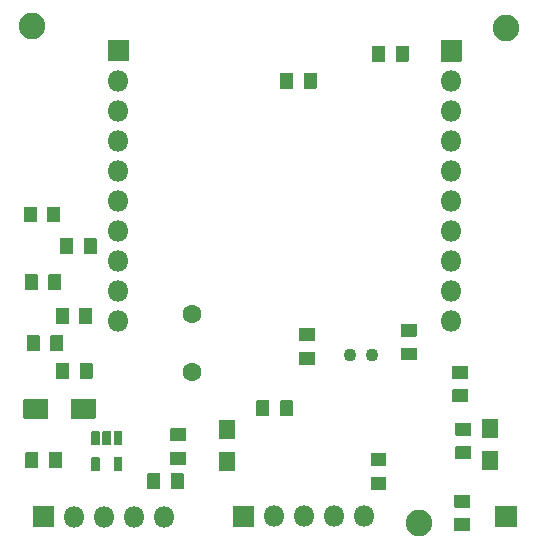
<source format=gbr>
G04 #@! TF.GenerationSoftware,KiCad,Pcbnew,5.1.7-a382d34a8~88~ubuntu18.04.1*
G04 #@! TF.CreationDate,2021-06-07T17:39:16+05:30*
G04 #@! TF.ProjectId,stm32wb_Dev_v2,73746d33-3277-4625-9f44-65765f76322e,rev?*
G04 #@! TF.SameCoordinates,Original*
G04 #@! TF.FileFunction,Soldermask,Bot*
G04 #@! TF.FilePolarity,Negative*
%FSLAX46Y46*%
G04 Gerber Fmt 4.6, Leading zero omitted, Abs format (unit mm)*
G04 Created by KiCad (PCBNEW 5.1.7-a382d34a8~88~ubuntu18.04.1) date 2021-06-07 17:39:16*
%MOMM*%
%LPD*%
G01*
G04 APERTURE LIST*
%ADD10C,2.250000*%
%ADD11O,1.800000X1.800000*%
%ADD12C,1.100000*%
%ADD13C,1.600000*%
G04 APERTURE END LIST*
D10*
X117676000Y-92712500D03*
X125062000Y-50800000D03*
X84902000Y-50619700D03*
D11*
X120432000Y-75570100D03*
X120432000Y-73030100D03*
X120432000Y-70490100D03*
X120432000Y-67950100D03*
X120432000Y-65410100D03*
X120432000Y-62870100D03*
X120432000Y-60330100D03*
X120432000Y-57790100D03*
X120432000Y-55250100D03*
G36*
G01*
X119532000Y-53560100D02*
X119532000Y-51860100D01*
G75*
G02*
X119582000Y-51810100I50000J0D01*
G01*
X121282000Y-51810100D01*
G75*
G02*
X121332000Y-51860100I0J-50000D01*
G01*
X121332000Y-53560100D01*
G75*
G02*
X121282000Y-53610100I-50000J0D01*
G01*
X119582000Y-53610100D01*
G75*
G02*
X119532000Y-53560100I0J50000D01*
G01*
G37*
X92240100Y-75549800D03*
X92240100Y-73009800D03*
X92240100Y-70469800D03*
X92240100Y-67929800D03*
X92240100Y-65389800D03*
X92240100Y-62849800D03*
X92240100Y-60309800D03*
X92240100Y-57769800D03*
X92240100Y-55229800D03*
G36*
G01*
X91340100Y-53539800D02*
X91340100Y-51839800D01*
G75*
G02*
X91390100Y-51789800I50000J0D01*
G01*
X93090100Y-51789800D01*
G75*
G02*
X93140100Y-51839800I0J-50000D01*
G01*
X93140100Y-53539800D01*
G75*
G02*
X93090100Y-53589800I-50000J0D01*
G01*
X91390100Y-53589800D01*
G75*
G02*
X91340100Y-53539800I0J50000D01*
G01*
G37*
G36*
G01*
X84206600Y-83822400D02*
X84206600Y-82222400D01*
G75*
G02*
X84256600Y-82172400I50000J0D01*
G01*
X86256600Y-82172400D01*
G75*
G02*
X86306600Y-82222400I0J-50000D01*
G01*
X86306600Y-83822400D01*
G75*
G02*
X86256600Y-83872400I-50000J0D01*
G01*
X84256600Y-83872400D01*
G75*
G02*
X84206600Y-83822400I0J50000D01*
G01*
G37*
G36*
G01*
X88206600Y-83822400D02*
X88206600Y-82222400D01*
G75*
G02*
X88256600Y-82172400I50000J0D01*
G01*
X90256600Y-82172400D01*
G75*
G02*
X90306600Y-82222400I0J-50000D01*
G01*
X90306600Y-83822400D01*
G75*
G02*
X90256600Y-83872400I-50000J0D01*
G01*
X88256600Y-83872400D01*
G75*
G02*
X88206600Y-83822400I0J50000D01*
G01*
G37*
G36*
G01*
X124167000Y-92980900D02*
X124167000Y-91280900D01*
G75*
G02*
X124217000Y-91230900I50000J0D01*
G01*
X125917000Y-91230900D01*
G75*
G02*
X125967000Y-91280900I0J-50000D01*
G01*
X125967000Y-92980900D01*
G75*
G02*
X125917000Y-93030900I-50000J0D01*
G01*
X124217000Y-93030900D01*
G75*
G02*
X124167000Y-92980900I0J50000D01*
G01*
G37*
G36*
G01*
X86361200Y-87980700D02*
X86361200Y-86730700D01*
G75*
G02*
X86411200Y-86680700I50000J0D01*
G01*
X87411200Y-86680700D01*
G75*
G02*
X87461200Y-86730700I0J-50000D01*
G01*
X87461200Y-87980700D01*
G75*
G02*
X87411200Y-88030700I-50000J0D01*
G01*
X86411200Y-88030700D01*
G75*
G02*
X86361200Y-87980700I0J50000D01*
G01*
G37*
G36*
G01*
X84361200Y-87980700D02*
X84361200Y-86730700D01*
G75*
G02*
X84411200Y-86680700I50000J0D01*
G01*
X85411200Y-86680700D01*
G75*
G02*
X85461200Y-86730700I0J-50000D01*
G01*
X85461200Y-87980700D01*
G75*
G02*
X85411200Y-88030700I-50000J0D01*
G01*
X84411200Y-88030700D01*
G75*
G02*
X84361200Y-87980700I0J50000D01*
G01*
G37*
G36*
G01*
X114887000Y-87863300D02*
X113637000Y-87863300D01*
G75*
G02*
X113587000Y-87813300I0J50000D01*
G01*
X113587000Y-86813300D01*
G75*
G02*
X113637000Y-86763300I50000J0D01*
G01*
X114887000Y-86763300D01*
G75*
G02*
X114937000Y-86813300I0J-50000D01*
G01*
X114937000Y-87813300D01*
G75*
G02*
X114887000Y-87863300I-50000J0D01*
G01*
G37*
G36*
G01*
X114887000Y-89863300D02*
X113637000Y-89863300D01*
G75*
G02*
X113587000Y-89813300I0J50000D01*
G01*
X113587000Y-88813300D01*
G75*
G02*
X113637000Y-88763300I50000J0D01*
G01*
X114887000Y-88763300D01*
G75*
G02*
X114937000Y-88813300I0J-50000D01*
G01*
X114937000Y-89813300D01*
G75*
G02*
X114887000Y-89863300I-50000J0D01*
G01*
G37*
G36*
G01*
X105922000Y-83599200D02*
X105922000Y-82349200D01*
G75*
G02*
X105972000Y-82299200I50000J0D01*
G01*
X106972000Y-82299200D01*
G75*
G02*
X107022000Y-82349200I0J-50000D01*
G01*
X107022000Y-83599200D01*
G75*
G02*
X106972000Y-83649200I-50000J0D01*
G01*
X105972000Y-83649200D01*
G75*
G02*
X105922000Y-83599200I0J50000D01*
G01*
G37*
G36*
G01*
X103922000Y-83599200D02*
X103922000Y-82349200D01*
G75*
G02*
X103972000Y-82299200I50000J0D01*
G01*
X104972000Y-82299200D01*
G75*
G02*
X105022000Y-82349200I0J-50000D01*
G01*
X105022000Y-83599200D01*
G75*
G02*
X104972000Y-83649200I-50000J0D01*
G01*
X103972000Y-83649200D01*
G75*
G02*
X103922000Y-83599200I0J50000D01*
G01*
G37*
G36*
G01*
X87301700Y-69867900D02*
X87301700Y-68617900D01*
G75*
G02*
X87351700Y-68567900I50000J0D01*
G01*
X88351700Y-68567900D01*
G75*
G02*
X88401700Y-68617900I0J-50000D01*
G01*
X88401700Y-69867900D01*
G75*
G02*
X88351700Y-69917900I-50000J0D01*
G01*
X87351700Y-69917900D01*
G75*
G02*
X87301700Y-69867900I0J50000D01*
G01*
G37*
G36*
G01*
X89301700Y-69867900D02*
X89301700Y-68617900D01*
G75*
G02*
X89351700Y-68567900I50000J0D01*
G01*
X90351700Y-68567900D01*
G75*
G02*
X90401700Y-68617900I0J-50000D01*
G01*
X90401700Y-69867900D01*
G75*
G02*
X90351700Y-69917900I-50000J0D01*
G01*
X89351700Y-69917900D01*
G75*
G02*
X89301700Y-69867900I0J50000D01*
G01*
G37*
G36*
G01*
X108832000Y-79289200D02*
X107582000Y-79289200D01*
G75*
G02*
X107532000Y-79239200I0J50000D01*
G01*
X107532000Y-78239200D01*
G75*
G02*
X107582000Y-78189200I50000J0D01*
G01*
X108832000Y-78189200D01*
G75*
G02*
X108882000Y-78239200I0J-50000D01*
G01*
X108882000Y-79239200D01*
G75*
G02*
X108832000Y-79289200I-50000J0D01*
G01*
G37*
G36*
G01*
X108832000Y-77289200D02*
X107582000Y-77289200D01*
G75*
G02*
X107532000Y-77239200I0J50000D01*
G01*
X107532000Y-76239200D01*
G75*
G02*
X107582000Y-76189200I50000J0D01*
G01*
X108832000Y-76189200D01*
G75*
G02*
X108882000Y-76239200I0J-50000D01*
G01*
X108882000Y-77239200D01*
G75*
G02*
X108832000Y-77289200I-50000J0D01*
G01*
G37*
G36*
G01*
X116192000Y-75817600D02*
X117442000Y-75817600D01*
G75*
G02*
X117492000Y-75867600I0J-50000D01*
G01*
X117492000Y-76867600D01*
G75*
G02*
X117442000Y-76917600I-50000J0D01*
G01*
X116192000Y-76917600D01*
G75*
G02*
X116142000Y-76867600I0J50000D01*
G01*
X116142000Y-75867600D01*
G75*
G02*
X116192000Y-75817600I50000J0D01*
G01*
G37*
G36*
G01*
X116192000Y-77817600D02*
X117442000Y-77817600D01*
G75*
G02*
X117492000Y-77867600I0J-50000D01*
G01*
X117492000Y-78867600D01*
G75*
G02*
X117442000Y-78917600I-50000J0D01*
G01*
X116192000Y-78917600D01*
G75*
G02*
X116142000Y-78867600I0J50000D01*
G01*
X116142000Y-77867600D01*
G75*
G02*
X116192000Y-77817600I50000J0D01*
G01*
G37*
G36*
G01*
X120721000Y-90265900D02*
X121971000Y-90265900D01*
G75*
G02*
X122021000Y-90315900I0J-50000D01*
G01*
X122021000Y-91315900D01*
G75*
G02*
X121971000Y-91365900I-50000J0D01*
G01*
X120721000Y-91365900D01*
G75*
G02*
X120671000Y-91315900I0J50000D01*
G01*
X120671000Y-90315900D01*
G75*
G02*
X120721000Y-90265900I50000J0D01*
G01*
G37*
G36*
G01*
X120721000Y-92265900D02*
X121971000Y-92265900D01*
G75*
G02*
X122021000Y-92315900I0J-50000D01*
G01*
X122021000Y-93315900D01*
G75*
G02*
X121971000Y-93365900I-50000J0D01*
G01*
X120721000Y-93365900D01*
G75*
G02*
X120671000Y-93315900I0J50000D01*
G01*
X120671000Y-92315900D01*
G75*
G02*
X120721000Y-92265900I50000J0D01*
G01*
G37*
G36*
G01*
X122075000Y-87289500D02*
X120825000Y-87289500D01*
G75*
G02*
X120775000Y-87239500I0J50000D01*
G01*
X120775000Y-86239500D01*
G75*
G02*
X120825000Y-86189500I50000J0D01*
G01*
X122075000Y-86189500D01*
G75*
G02*
X122125000Y-86239500I0J-50000D01*
G01*
X122125000Y-87239500D01*
G75*
G02*
X122075000Y-87289500I-50000J0D01*
G01*
G37*
G36*
G01*
X122075000Y-85289500D02*
X120825000Y-85289500D01*
G75*
G02*
X120775000Y-85239500I0J50000D01*
G01*
X120775000Y-84239500D01*
G75*
G02*
X120825000Y-84189500I50000J0D01*
G01*
X122075000Y-84189500D01*
G75*
G02*
X122125000Y-84239500I0J-50000D01*
G01*
X122125000Y-85239500D01*
G75*
G02*
X122075000Y-85289500I-50000J0D01*
G01*
G37*
G36*
G01*
X120545700Y-81364240D02*
X121795700Y-81364240D01*
G75*
G02*
X121845700Y-81414240I0J-50000D01*
G01*
X121845700Y-82414240D01*
G75*
G02*
X121795700Y-82464240I-50000J0D01*
G01*
X120545700Y-82464240D01*
G75*
G02*
X120495700Y-82414240I0J50000D01*
G01*
X120495700Y-81414240D01*
G75*
G02*
X120545700Y-81364240I50000J0D01*
G01*
G37*
G36*
G01*
X120545700Y-79364240D02*
X121795700Y-79364240D01*
G75*
G02*
X121845700Y-79414240I0J-50000D01*
G01*
X121845700Y-80414240D01*
G75*
G02*
X121795700Y-80464240I-50000J0D01*
G01*
X120545700Y-80464240D01*
G75*
G02*
X120495700Y-80414240I0J50000D01*
G01*
X120495700Y-79414240D01*
G75*
G02*
X120545700Y-79364240I50000J0D01*
G01*
G37*
G36*
G01*
X107922000Y-55864900D02*
X107922000Y-54614900D01*
G75*
G02*
X107972000Y-54564900I50000J0D01*
G01*
X108972000Y-54564900D01*
G75*
G02*
X109022000Y-54614900I0J-50000D01*
G01*
X109022000Y-55864900D01*
G75*
G02*
X108972000Y-55914900I-50000J0D01*
G01*
X107972000Y-55914900D01*
G75*
G02*
X107922000Y-55864900I0J50000D01*
G01*
G37*
G36*
G01*
X105922000Y-55864900D02*
X105922000Y-54614900D01*
G75*
G02*
X105972000Y-54564900I50000J0D01*
G01*
X106972000Y-54564900D01*
G75*
G02*
X107022000Y-54614900I0J-50000D01*
G01*
X107022000Y-55864900D01*
G75*
G02*
X106972000Y-55914900I-50000J0D01*
G01*
X105972000Y-55914900D01*
G75*
G02*
X105922000Y-55864900I0J50000D01*
G01*
G37*
G36*
G01*
X86477260Y-78092460D02*
X86477260Y-76842460D01*
G75*
G02*
X86527260Y-76792460I50000J0D01*
G01*
X87527260Y-76792460D01*
G75*
G02*
X87577260Y-76842460I0J-50000D01*
G01*
X87577260Y-78092460D01*
G75*
G02*
X87527260Y-78142460I-50000J0D01*
G01*
X86527260Y-78142460D01*
G75*
G02*
X86477260Y-78092460I0J50000D01*
G01*
G37*
G36*
G01*
X84477260Y-78092460D02*
X84477260Y-76842460D01*
G75*
G02*
X84527260Y-76792460I50000J0D01*
G01*
X85527260Y-76792460D01*
G75*
G02*
X85577260Y-76842460I0J-50000D01*
G01*
X85577260Y-78092460D01*
G75*
G02*
X85527260Y-78142460I-50000J0D01*
G01*
X84527260Y-78142460D01*
G75*
G02*
X84477260Y-78092460I0J50000D01*
G01*
G37*
G36*
G01*
X115715000Y-53578900D02*
X115715000Y-52328900D01*
G75*
G02*
X115765000Y-52278900I50000J0D01*
G01*
X116765000Y-52278900D01*
G75*
G02*
X116815000Y-52328900I0J-50000D01*
G01*
X116815000Y-53578900D01*
G75*
G02*
X116765000Y-53628900I-50000J0D01*
G01*
X115765000Y-53628900D01*
G75*
G02*
X115715000Y-53578900I0J50000D01*
G01*
G37*
G36*
G01*
X113715000Y-53578900D02*
X113715000Y-52328900D01*
G75*
G02*
X113765000Y-52278900I50000J0D01*
G01*
X114765000Y-52278900D01*
G75*
G02*
X114815000Y-52328900I0J-50000D01*
G01*
X114815000Y-53578900D01*
G75*
G02*
X114765000Y-53628900I-50000J0D01*
G01*
X113765000Y-53628900D01*
G75*
G02*
X113715000Y-53578900I0J50000D01*
G01*
G37*
G36*
G01*
X86953800Y-80431800D02*
X86953800Y-79181800D01*
G75*
G02*
X87003800Y-79131800I50000J0D01*
G01*
X88003800Y-79131800D01*
G75*
G02*
X88053800Y-79181800I0J-50000D01*
G01*
X88053800Y-80431800D01*
G75*
G02*
X88003800Y-80481800I-50000J0D01*
G01*
X87003800Y-80481800D01*
G75*
G02*
X86953800Y-80431800I0J50000D01*
G01*
G37*
G36*
G01*
X88953800Y-80431800D02*
X88953800Y-79181800D01*
G75*
G02*
X89003800Y-79131800I50000J0D01*
G01*
X90003800Y-79131800D01*
G75*
G02*
X90053800Y-79181800I0J-50000D01*
G01*
X90053800Y-80431800D01*
G75*
G02*
X90003800Y-80481800I-50000J0D01*
G01*
X89003800Y-80481800D01*
G75*
G02*
X88953800Y-80431800I0J50000D01*
G01*
G37*
G36*
G01*
X96687500Y-84667800D02*
X97937500Y-84667800D01*
G75*
G02*
X97987500Y-84717800I0J-50000D01*
G01*
X97987500Y-85717800D01*
G75*
G02*
X97937500Y-85767800I-50000J0D01*
G01*
X96687500Y-85767800D01*
G75*
G02*
X96637500Y-85717800I0J50000D01*
G01*
X96637500Y-84717800D01*
G75*
G02*
X96687500Y-84667800I50000J0D01*
G01*
G37*
G36*
G01*
X96687500Y-86667800D02*
X97937500Y-86667800D01*
G75*
G02*
X97987500Y-86717800I0J-50000D01*
G01*
X97987500Y-87717800D01*
G75*
G02*
X97937500Y-87767800I-50000J0D01*
G01*
X96687500Y-87767800D01*
G75*
G02*
X96637500Y-87717800I0J50000D01*
G01*
X96637500Y-86717800D01*
G75*
G02*
X96687500Y-86667800I50000J0D01*
G01*
G37*
G36*
G01*
X95771000Y-88531500D02*
X95771000Y-89781500D01*
G75*
G02*
X95721000Y-89831500I-50000J0D01*
G01*
X94721000Y-89831500D01*
G75*
G02*
X94671000Y-89781500I0J50000D01*
G01*
X94671000Y-88531500D01*
G75*
G02*
X94721000Y-88481500I50000J0D01*
G01*
X95721000Y-88481500D01*
G75*
G02*
X95771000Y-88531500I0J-50000D01*
G01*
G37*
G36*
G01*
X97771000Y-88531500D02*
X97771000Y-89781500D01*
G75*
G02*
X97721000Y-89831500I-50000J0D01*
G01*
X96721000Y-89831500D01*
G75*
G02*
X96671000Y-89781500I0J50000D01*
G01*
X96671000Y-88531500D01*
G75*
G02*
X96721000Y-88481500I50000J0D01*
G01*
X97721000Y-88481500D01*
G75*
G02*
X97771000Y-88531500I0J-50000D01*
G01*
G37*
G36*
G01*
X84208000Y-67180600D02*
X84208000Y-65930600D01*
G75*
G02*
X84258000Y-65880600I50000J0D01*
G01*
X85258000Y-65880600D01*
G75*
G02*
X85308000Y-65930600I0J-50000D01*
G01*
X85308000Y-67180600D01*
G75*
G02*
X85258000Y-67230600I-50000J0D01*
G01*
X84258000Y-67230600D01*
G75*
G02*
X84208000Y-67180600I0J50000D01*
G01*
G37*
G36*
G01*
X86208000Y-67180600D02*
X86208000Y-65930600D01*
G75*
G02*
X86258000Y-65880600I50000J0D01*
G01*
X87258000Y-65880600D01*
G75*
G02*
X87308000Y-65930600I0J-50000D01*
G01*
X87308000Y-67180600D01*
G75*
G02*
X87258000Y-67230600I-50000J0D01*
G01*
X86258000Y-67230600D01*
G75*
G02*
X86208000Y-67180600I0J50000D01*
G01*
G37*
G36*
G01*
X86302000Y-72923600D02*
X86302000Y-71673600D01*
G75*
G02*
X86352000Y-71623600I50000J0D01*
G01*
X87352000Y-71623600D01*
G75*
G02*
X87402000Y-71673600I0J-50000D01*
G01*
X87402000Y-72923600D01*
G75*
G02*
X87352000Y-72973600I-50000J0D01*
G01*
X86352000Y-72973600D01*
G75*
G02*
X86302000Y-72923600I0J50000D01*
G01*
G37*
G36*
G01*
X84302000Y-72923600D02*
X84302000Y-71673600D01*
G75*
G02*
X84352000Y-71623600I50000J0D01*
G01*
X85352000Y-71623600D01*
G75*
G02*
X85402000Y-71673600I0J-50000D01*
G01*
X85402000Y-72923600D01*
G75*
G02*
X85352000Y-72973600I-50000J0D01*
G01*
X84352000Y-72973600D01*
G75*
G02*
X84302000Y-72923600I0J50000D01*
G01*
G37*
G36*
G01*
X88929100Y-75773400D02*
X88929100Y-74523400D01*
G75*
G02*
X88979100Y-74473400I50000J0D01*
G01*
X89979100Y-74473400D01*
G75*
G02*
X90029100Y-74523400I0J-50000D01*
G01*
X90029100Y-75773400D01*
G75*
G02*
X89979100Y-75823400I-50000J0D01*
G01*
X88979100Y-75823400D01*
G75*
G02*
X88929100Y-75773400I0J50000D01*
G01*
G37*
G36*
G01*
X86929100Y-75773400D02*
X86929100Y-74523400D01*
G75*
G02*
X86979100Y-74473400I50000J0D01*
G01*
X87979100Y-74473400D01*
G75*
G02*
X88029100Y-74523400I0J-50000D01*
G01*
X88029100Y-75773400D01*
G75*
G02*
X87979100Y-75823400I-50000J0D01*
G01*
X86979100Y-75823400D01*
G75*
G02*
X86929100Y-75773400I0J50000D01*
G01*
G37*
G36*
G01*
X86755300Y-93051200D02*
X85055300Y-93051200D01*
G75*
G02*
X85005300Y-93001200I0J50000D01*
G01*
X85005300Y-91301200D01*
G75*
G02*
X85055300Y-91251200I50000J0D01*
G01*
X86755300Y-91251200D01*
G75*
G02*
X86805300Y-91301200I0J-50000D01*
G01*
X86805300Y-93001200D01*
G75*
G02*
X86755300Y-93051200I-50000J0D01*
G01*
G37*
X88445300Y-92151200D03*
X90985300Y-92151200D03*
X93525300Y-92151200D03*
X96065300Y-92151200D03*
X113022000Y-92115600D03*
X110482000Y-92115600D03*
X107942000Y-92115600D03*
X105402000Y-92115600D03*
G36*
G01*
X103712000Y-93015600D02*
X102012000Y-93015600D01*
G75*
G02*
X101962000Y-92965600I0J50000D01*
G01*
X101962000Y-91265600D01*
G75*
G02*
X102012000Y-91215600I50000J0D01*
G01*
X103712000Y-91215600D01*
G75*
G02*
X103762000Y-91265600I0J-50000D01*
G01*
X103762000Y-92965600D01*
G75*
G02*
X103712000Y-93015600I-50000J0D01*
G01*
G37*
G36*
G01*
X123040380Y-83882340D02*
X124340380Y-83882340D01*
G75*
G02*
X124390380Y-83932340I0J-50000D01*
G01*
X124390380Y-85432340D01*
G75*
G02*
X124340380Y-85482340I-50000J0D01*
G01*
X123040380Y-85482340D01*
G75*
G02*
X122990380Y-85432340I0J50000D01*
G01*
X122990380Y-83932340D01*
G75*
G02*
X123040380Y-83882340I50000J0D01*
G01*
G37*
G36*
G01*
X123040380Y-86582340D02*
X124340380Y-86582340D01*
G75*
G02*
X124390380Y-86632340I0J-50000D01*
G01*
X124390380Y-88132340D01*
G75*
G02*
X124340380Y-88182340I-50000J0D01*
G01*
X123040380Y-88182340D01*
G75*
G02*
X122990380Y-88132340I0J50000D01*
G01*
X122990380Y-86632340D01*
G75*
G02*
X123040380Y-86582340I50000J0D01*
G01*
G37*
G36*
G01*
X100770000Y-86635700D02*
X102070000Y-86635700D01*
G75*
G02*
X102120000Y-86685700I0J-50000D01*
G01*
X102120000Y-88185700D01*
G75*
G02*
X102070000Y-88235700I-50000J0D01*
G01*
X100770000Y-88235700D01*
G75*
G02*
X100720000Y-88185700I0J50000D01*
G01*
X100720000Y-86685700D01*
G75*
G02*
X100770000Y-86635700I50000J0D01*
G01*
G37*
G36*
G01*
X100770000Y-83935700D02*
X102070000Y-83935700D01*
G75*
G02*
X102120000Y-83985700I0J-50000D01*
G01*
X102120000Y-85485700D01*
G75*
G02*
X102070000Y-85535700I-50000J0D01*
G01*
X100770000Y-85535700D01*
G75*
G02*
X100720000Y-85485700I0J50000D01*
G01*
X100720000Y-83985700D01*
G75*
G02*
X100770000Y-83935700I50000J0D01*
G01*
G37*
G36*
G01*
X89984700Y-87124000D02*
X90634700Y-87124000D01*
G75*
G02*
X90684700Y-87174000I0J-50000D01*
G01*
X90684700Y-88234000D01*
G75*
G02*
X90634700Y-88284000I-50000J0D01*
G01*
X89984700Y-88284000D01*
G75*
G02*
X89934700Y-88234000I0J50000D01*
G01*
X89934700Y-87174000D01*
G75*
G02*
X89984700Y-87124000I50000J0D01*
G01*
G37*
G36*
G01*
X91884700Y-87124000D02*
X92534700Y-87124000D01*
G75*
G02*
X92584700Y-87174000I0J-50000D01*
G01*
X92584700Y-88234000D01*
G75*
G02*
X92534700Y-88284000I-50000J0D01*
G01*
X91884700Y-88284000D01*
G75*
G02*
X91834700Y-88234000I0J50000D01*
G01*
X91834700Y-87174000D01*
G75*
G02*
X91884700Y-87124000I50000J0D01*
G01*
G37*
G36*
G01*
X91884700Y-84924000D02*
X92534700Y-84924000D01*
G75*
G02*
X92584700Y-84974000I0J-50000D01*
G01*
X92584700Y-86034000D01*
G75*
G02*
X92534700Y-86084000I-50000J0D01*
G01*
X91884700Y-86084000D01*
G75*
G02*
X91834700Y-86034000I0J50000D01*
G01*
X91834700Y-84974000D01*
G75*
G02*
X91884700Y-84924000I50000J0D01*
G01*
G37*
G36*
G01*
X90934700Y-84924000D02*
X91584700Y-84924000D01*
G75*
G02*
X91634700Y-84974000I0J-50000D01*
G01*
X91634700Y-86034000D01*
G75*
G02*
X91584700Y-86084000I-50000J0D01*
G01*
X90934700Y-86084000D01*
G75*
G02*
X90884700Y-86034000I0J50000D01*
G01*
X90884700Y-84974000D01*
G75*
G02*
X90934700Y-84924000I50000J0D01*
G01*
G37*
G36*
G01*
X89984700Y-84924000D02*
X90634700Y-84924000D01*
G75*
G02*
X90684700Y-84974000I0J-50000D01*
G01*
X90684700Y-86034000D01*
G75*
G02*
X90634700Y-86084000I-50000J0D01*
G01*
X89984700Y-86084000D01*
G75*
G02*
X89934700Y-86034000I0J50000D01*
G01*
X89934700Y-84974000D01*
G75*
G02*
X89984700Y-84924000I50000J0D01*
G01*
G37*
D12*
X113726000Y-78425000D03*
X111826000Y-78425000D03*
D13*
X98470700Y-79883300D03*
X98470700Y-74983300D03*
M02*

</source>
